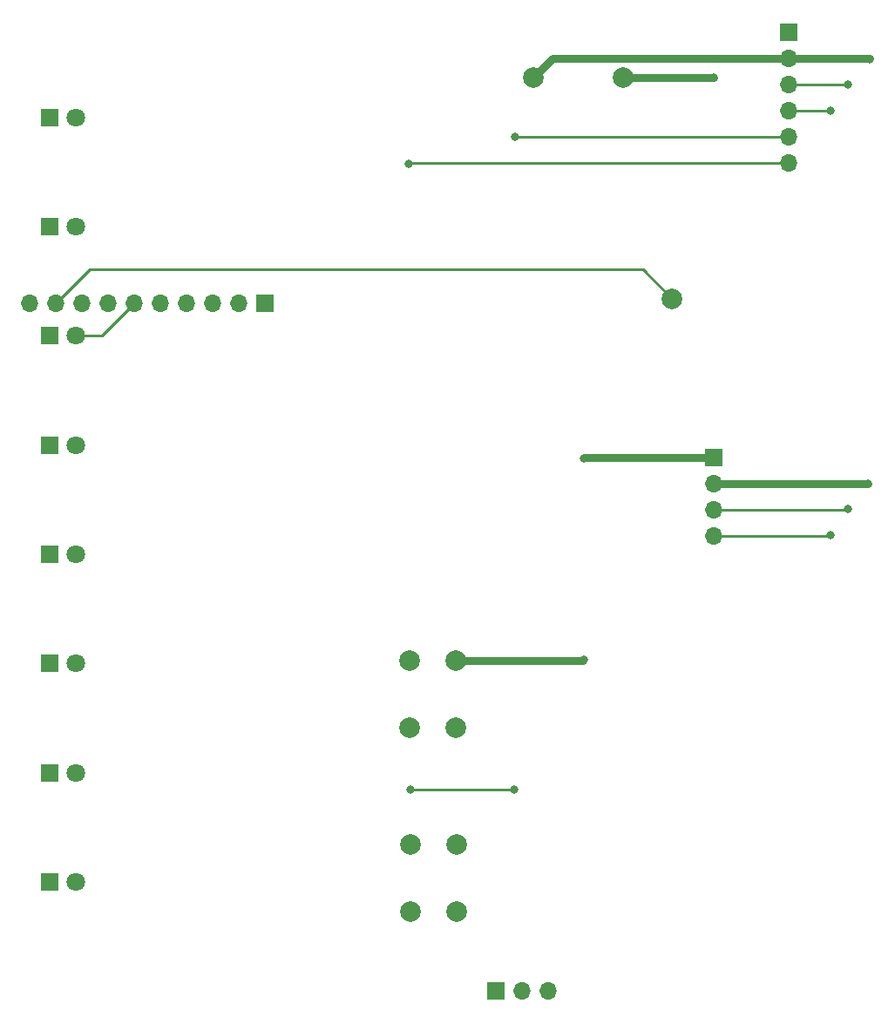
<source format=gbl>
G04 #@! TF.GenerationSoftware,KiCad,Pcbnew,6.0.11-2627ca5db0~126~ubuntu22.04.1*
G04 #@! TF.CreationDate,2023-06-25T15:34:26+01:00*
G04 #@! TF.ProjectId,ui_daughterboard,75695f64-6175-4676-9874-6572626f6172,rev?*
G04 #@! TF.SameCoordinates,Original*
G04 #@! TF.FileFunction,Copper,L2,Bot*
G04 #@! TF.FilePolarity,Positive*
%FSLAX46Y46*%
G04 Gerber Fmt 4.6, Leading zero omitted, Abs format (unit mm)*
G04 Created by KiCad (PCBNEW 6.0.11-2627ca5db0~126~ubuntu22.04.1) date 2023-06-25 15:34:26*
%MOMM*%
%LPD*%
G01*
G04 APERTURE LIST*
G04 #@! TA.AperFunction,ComponentPad*
%ADD10C,2.000000*%
G04 #@! TD*
G04 #@! TA.AperFunction,ComponentPad*
%ADD11R,1.800000X1.800000*%
G04 #@! TD*
G04 #@! TA.AperFunction,ComponentPad*
%ADD12C,1.800000*%
G04 #@! TD*
G04 #@! TA.AperFunction,ComponentPad*
%ADD13R,1.700000X1.700000*%
G04 #@! TD*
G04 #@! TA.AperFunction,ComponentPad*
%ADD14O,1.700000X1.700000*%
G04 #@! TD*
G04 #@! TA.AperFunction,ViaPad*
%ADD15C,0.800000*%
G04 #@! TD*
G04 #@! TA.AperFunction,Conductor*
%ADD16C,0.750000*%
G04 #@! TD*
G04 #@! TA.AperFunction,Conductor*
%ADD17C,0.250000*%
G04 #@! TD*
G04 APERTURE END LIST*
D10*
X110510000Y-79310000D03*
X119240000Y-79310000D03*
D11*
X63545000Y-125621428D03*
D12*
X66085000Y-125621428D03*
D10*
X102950000Y-135940000D03*
X102950000Y-142440000D03*
X98450000Y-142440000D03*
X98450000Y-135940000D03*
X103050000Y-153810000D03*
X103050000Y-160310000D03*
X98550000Y-160310000D03*
X98550000Y-153810000D03*
X124000000Y-100800000D03*
D13*
X128050000Y-116230000D03*
D14*
X128050000Y-118770000D03*
X128050000Y-121310000D03*
X128050000Y-123850000D03*
X61615000Y-101240000D03*
X64155000Y-101240000D03*
X66695000Y-101240000D03*
X69235000Y-101240000D03*
X71775000Y-101240000D03*
X74315000Y-101240000D03*
X76855000Y-101240000D03*
X79395000Y-101240000D03*
X81935000Y-101240000D03*
D13*
X84475000Y-101240000D03*
X135350000Y-74940000D03*
D14*
X135350000Y-77480000D03*
X135350000Y-80020000D03*
X135350000Y-82560000D03*
X135350000Y-85100000D03*
X135350000Y-87640000D03*
D11*
X63545000Y-83170000D03*
D12*
X66085000Y-83170000D03*
D11*
X63545000Y-93782857D03*
D12*
X66085000Y-93782857D03*
D11*
X63545000Y-104395714D03*
D12*
X66085000Y-104395714D03*
D11*
X63545000Y-115008571D03*
D12*
X66085000Y-115008571D03*
D11*
X63545000Y-136234285D03*
D12*
X66085000Y-136234285D03*
D11*
X63545000Y-146847142D03*
D12*
X66085000Y-146847142D03*
X66085000Y-157460000D03*
D11*
X63545000Y-157460000D03*
D13*
X106850000Y-168040000D03*
D14*
X109390000Y-168040000D03*
X111930000Y-168040000D03*
D15*
X128050000Y-79290000D03*
X143170000Y-77500000D03*
X143050000Y-118760000D03*
X141110000Y-80030000D03*
X141060000Y-121210000D03*
X139370000Y-82500000D03*
X139380000Y-123740000D03*
X115390000Y-116270000D03*
X115390000Y-135900000D03*
X98380000Y-87680000D03*
X98610000Y-148480000D03*
X108720000Y-85050000D03*
X108680000Y-148460000D03*
D16*
X135350000Y-77480000D02*
X112340000Y-77480000D01*
X112340000Y-77480000D02*
X110510000Y-79310000D01*
D17*
X128050000Y-79290000D02*
X128030000Y-79310000D01*
D16*
X128030000Y-79310000D02*
X119240000Y-79310000D01*
X128050000Y-118770000D02*
X143040000Y-118770000D01*
D17*
X143040000Y-118770000D02*
X143050000Y-118760000D01*
X143170000Y-77500000D02*
X143150000Y-77480000D01*
D16*
X143150000Y-77480000D02*
X135350000Y-77480000D01*
D17*
X128050000Y-121310000D02*
X140960000Y-121310000D01*
X140960000Y-121310000D02*
X141060000Y-121210000D01*
X141110000Y-80030000D02*
X141100000Y-80020000D01*
X141100000Y-80020000D02*
X135350000Y-80020000D01*
X139370000Y-82500000D02*
X139310000Y-82560000D01*
X128050000Y-123850000D02*
X139270000Y-123850000D01*
X139270000Y-123850000D02*
X139380000Y-123740000D01*
X139310000Y-82560000D02*
X135350000Y-82560000D01*
D16*
X102950000Y-135940000D02*
X115350000Y-135940000D01*
D17*
X115350000Y-135940000D02*
X115390000Y-135900000D01*
X115390000Y-116270000D02*
X115430000Y-116230000D01*
D16*
X115430000Y-116230000D02*
X128050000Y-116230000D01*
D17*
X98380000Y-87680000D02*
X98420000Y-87640000D01*
X98420000Y-87640000D02*
X135350000Y-87640000D01*
X98610000Y-148480000D02*
X108660000Y-148480000D01*
X108660000Y-148480000D02*
X108680000Y-148460000D01*
X108770000Y-85100000D02*
X135350000Y-85100000D01*
X108720000Y-85050000D02*
X108770000Y-85100000D01*
X64155000Y-101240000D02*
X67425000Y-97970000D01*
X67425000Y-97970000D02*
X121170000Y-97970000D01*
X121170000Y-97970000D02*
X124000000Y-100800000D01*
X66085000Y-104395714D02*
X68619286Y-104395714D01*
X68619286Y-104395714D02*
X71775000Y-101240000D01*
M02*

</source>
